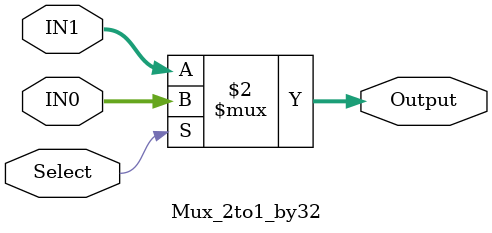
<source format=v>
`timescale 1ns / 1ps
module Mux_2to1_by32(IN0,IN1,Output,Select);
input			[31:0]	IN0;
input			[31:0]	IN1;
input						Select;
output reg	[31:0]	Output;
always@(Select,IN0,IN1)
begin
	Output =(Select)? IN0: IN1;
end
endmodule
</source>
